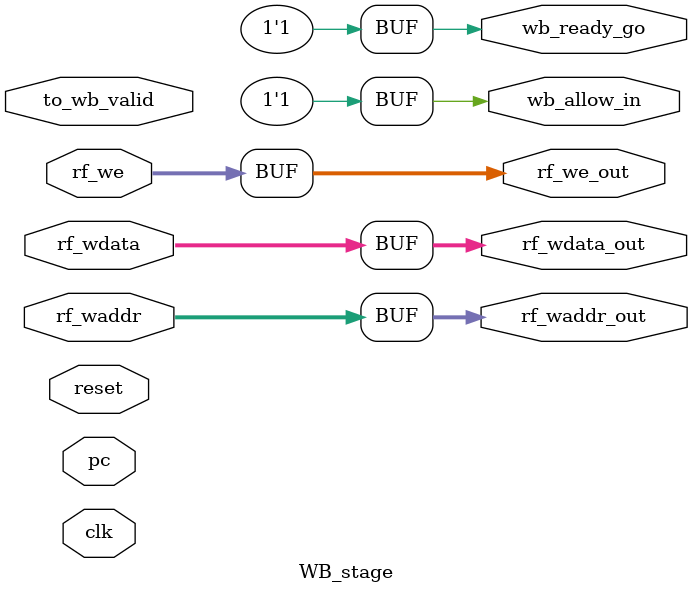
<source format=v>
module WB_stage(
    input        clk,
    input        reset,
    input [31:0] pc,
    input [3:0]  rf_we,         
    input [4:0]  rf_waddr,      
    input [31:0] rf_wdata,     
    input        to_wb_valid,
    
    output [3:0]  rf_we_out,        
    output [4:0]  rf_waddr_out,      
    output [31:0] rf_wdata_out, 

    output wb_allow_in,
    output wb_ready_go
);
reg wb_valid;

assign rf_we_out    = rf_we;
assign rf_waddr_out = rf_waddr;
assign rf_wdata_out = rf_wdata;

always @(posedge clk) begin
    if(reset) begin
        wb_valid <= 1'b0;
    end
    else if (wb_allow_in) begin
        wb_valid <= to_wb_valid;
    end
end

assign wb_allow_in = !wb_valid || wb_ready_go;
assign wb_ready_go = 1'b1;
endmodule
</source>
